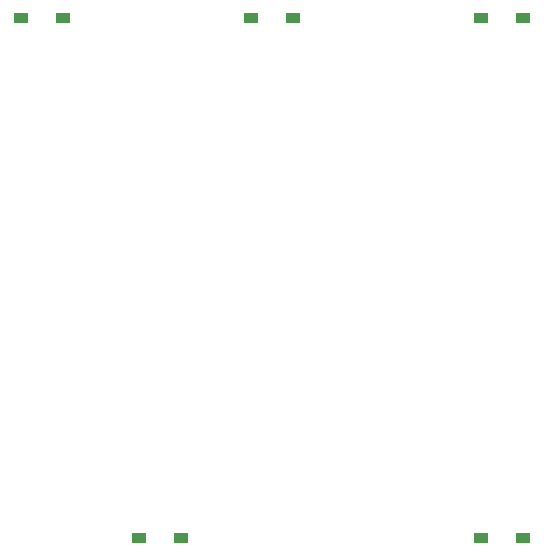
<source format=gbr>
G04 #@! TF.GenerationSoftware,KiCad,Pcbnew,(5.1.2-1)-1*
G04 #@! TF.CreationDate,2019-08-25T00:29:00+09:00*
G04 #@! TF.ProjectId,teishi,74656973-6869-42e6-9b69-6361645f7063,rev?*
G04 #@! TF.SameCoordinates,Original*
G04 #@! TF.FileFunction,Paste,Top*
G04 #@! TF.FilePolarity,Positive*
%FSLAX46Y46*%
G04 Gerber Fmt 4.6, Leading zero omitted, Abs format (unit mm)*
G04 Created by KiCad (PCBNEW (5.1.2-1)-1) date 2019-08-25 00:29:00*
%MOMM*%
%LPD*%
G04 APERTURE LIST*
%ADD10R,1.300000X0.950000*%
G04 APERTURE END LIST*
D10*
X41775000Y-7000000D03*
X38225000Y-7000000D03*
X80775000Y-51000000D03*
X77225000Y-51000000D03*
X61275000Y-7000000D03*
X57725000Y-7000000D03*
X80775000Y-7000000D03*
X77225000Y-7000000D03*
X51775000Y-51000000D03*
X48225000Y-51000000D03*
M02*

</source>
